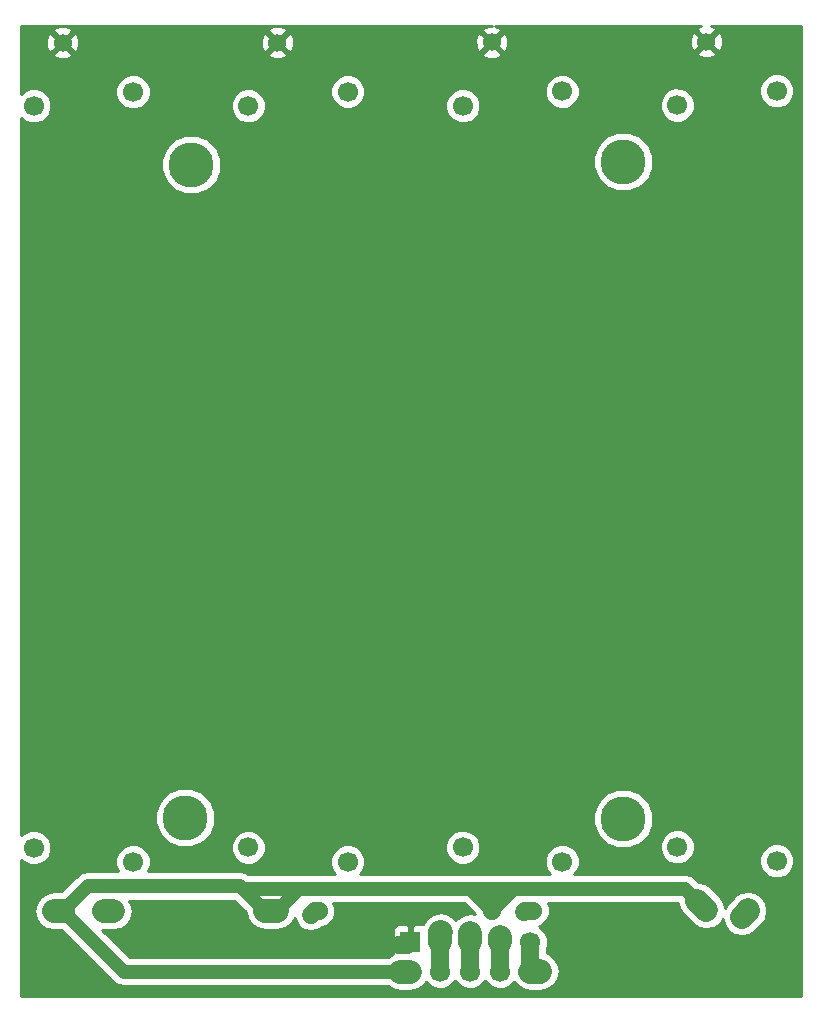
<source format=gbr>
G04 #@! TF.FileFunction,Copper,L2,Bot,Signal*
%FSLAX46Y46*%
G04 Gerber Fmt 4.6, Leading zero omitted, Abs format (unit mm)*
G04 Created by KiCad (PCBNEW 4.0.4-stable) date 03/02/17 17:26:27*
%MOMM*%
%LPD*%
G01*
G04 APERTURE LIST*
%ADD10C,0.100000*%
%ADD11R,1.700000X1.700000*%
%ADD12C,1.700000*%
%ADD13C,1.524000*%
%ADD14C,3.800000*%
%ADD15C,2.000000*%
%ADD16C,1.500000*%
%ADD17C,1.200000*%
%ADD18C,0.254000*%
G04 APERTURE END LIST*
D10*
D11*
X33648000Y5334000D03*
D12*
X33648000Y2794000D03*
X36188000Y5334000D03*
X36188000Y2794000D03*
X38728000Y5334000D03*
X38728000Y2794000D03*
X41268000Y5334000D03*
X41268000Y2794000D03*
X43808000Y5334000D03*
X43808000Y2794000D03*
D13*
X7728400Y7942200D03*
X4228400Y7942200D03*
X4228400Y81442200D03*
D12*
X1778400Y13292200D03*
X10178400Y12092200D03*
X10178400Y77292200D03*
X1778400Y76092200D03*
D13*
X25895800Y7950200D03*
X22395800Y7950200D03*
X22395800Y81450200D03*
D12*
X19945800Y13300200D03*
X28345800Y12100200D03*
X28345800Y77300200D03*
X19945800Y76100200D03*
D13*
X44056800Y7957800D03*
X40556800Y7957800D03*
X40556800Y81457800D03*
D12*
X38106800Y13307800D03*
X46506800Y12107800D03*
X46506800Y77307800D03*
X38106800Y76107800D03*
D13*
X62217800Y8008600D03*
X58717800Y8008600D03*
X58717800Y81508600D03*
D12*
X56267800Y13358600D03*
X64667800Y12158600D03*
X64667800Y77358600D03*
X56267800Y76158600D03*
D14*
X15106000Y71120000D03*
X51682000Y71374000D03*
X51682000Y15748000D03*
X14598000Y15832999D03*
D15*
X33648000Y2794000D02*
X32800000Y2794000D01*
X58717800Y8008600D02*
X57955801Y8770599D01*
X57955801Y8770599D02*
X58186400Y8540000D01*
D16*
X40556800Y7957800D02*
X40556800Y9013200D01*
D15*
X22395800Y7950200D02*
X21318170Y7950200D01*
D17*
X4990399Y8704199D02*
X4228400Y7942200D01*
X6328411Y10042211D02*
X4990399Y8704199D01*
X19226159Y10042211D02*
X6328411Y10042211D01*
X19464169Y9804201D02*
X19226159Y10042211D01*
D15*
X4228400Y7942200D02*
X3492200Y7942200D01*
X3492200Y7942200D02*
X3460000Y7910000D01*
D17*
X38702399Y9812201D02*
X42411201Y9812201D01*
X42411201Y9812201D02*
X42418801Y9819801D01*
X19464169Y9804201D02*
X24249801Y9804201D01*
X24249801Y9804201D02*
X24257801Y9812201D01*
X21318170Y7950200D02*
X19464169Y9804201D01*
X22395800Y7950200D02*
X24257801Y9812201D01*
X24257801Y9812201D02*
X38702399Y9812201D01*
X38702399Y9812201D02*
X39794801Y8719799D01*
X39794801Y8719799D02*
X40556800Y7957800D01*
X58717800Y8008600D02*
X56906599Y9819801D01*
X56906599Y9819801D02*
X42418801Y9819801D01*
X42418801Y9819801D02*
X41318799Y8719799D01*
X41318799Y8719799D02*
X40556800Y7957800D01*
X27552000Y2794000D02*
X33648000Y2794000D01*
X33648000Y2794000D02*
X9376600Y2794000D01*
X9376600Y2794000D02*
X4228400Y7942200D01*
D16*
X32684010Y5044010D02*
X33358010Y5044010D01*
X33358010Y5044010D02*
X33648000Y5334000D01*
D15*
X36188000Y5334000D02*
X36188000Y6148000D01*
X36188000Y6148000D02*
X36220000Y6180000D01*
D16*
X36188000Y5334000D02*
X36188000Y2794000D01*
D15*
X7728400Y7942200D02*
X8477800Y7942200D01*
X8477800Y7942200D02*
X8510000Y7910000D01*
X38720009Y6089991D02*
X38720009Y5341991D01*
X38720009Y5341991D02*
X38728000Y5334000D01*
D16*
X38728000Y5334000D02*
X38728000Y2794000D01*
X25895800Y7950200D02*
X25600200Y7950200D01*
X25600200Y7950200D02*
X25220000Y7570000D01*
X44056800Y7957800D02*
X43397800Y7957800D01*
X43397800Y7957800D02*
X43300000Y7860000D01*
D15*
X41268000Y5334000D02*
X41268000Y5695799D01*
D16*
X41268000Y5334000D02*
X41268000Y2794000D01*
D15*
X43808000Y2794000D02*
X44644000Y2794000D01*
X44644000Y2794000D02*
X44670000Y2820000D01*
D16*
X43808000Y2794000D02*
X43808000Y5334000D01*
D15*
X62217800Y8008600D02*
X62217800Y7907800D01*
X62217800Y7907800D02*
X61720000Y7410000D01*
D18*
G36*
X22048432Y82831562D02*
X21664657Y82672597D01*
X21595192Y82430413D01*
X22395800Y81629805D01*
X23196408Y82430413D01*
X23126943Y82672597D01*
X22612871Y82856000D01*
X40545844Y82856000D01*
X40209432Y82839162D01*
X39825657Y82680197D01*
X39756192Y82438013D01*
X40556800Y81637405D01*
X41357408Y82438013D01*
X41287943Y82680197D01*
X40795174Y82856000D01*
X58288441Y82856000D01*
X57986657Y82730997D01*
X57917192Y82488813D01*
X58717800Y81688205D01*
X59518408Y82488813D01*
X59448943Y82730997D01*
X59098564Y82856000D01*
X66720000Y82856000D01*
X66720000Y710000D01*
X700000Y710000D01*
X700000Y7910000D01*
X1824999Y7910000D01*
X1949457Y7284312D01*
X2303880Y6753880D01*
X2834312Y6399457D01*
X3460000Y6274999D01*
X3621884Y6307200D01*
X4116846Y6307200D01*
X8503323Y1920723D01*
X8903986Y1653009D01*
X9376600Y1559000D01*
X31761933Y1559000D01*
X32174313Y1283457D01*
X32800000Y1159000D01*
X33648000Y1159000D01*
X34273687Y1283457D01*
X34804120Y1637880D01*
X34980426Y1901741D01*
X35345717Y1535812D01*
X35891319Y1309258D01*
X36482089Y1308743D01*
X37028086Y1534344D01*
X37446188Y1951717D01*
X37457748Y1979557D01*
X37468344Y1953914D01*
X37885717Y1535812D01*
X38431319Y1309258D01*
X39022089Y1308743D01*
X39568086Y1534344D01*
X39986188Y1951717D01*
X39997748Y1979557D01*
X40008344Y1953914D01*
X40425717Y1535812D01*
X40971319Y1309258D01*
X41562089Y1308743D01*
X42108086Y1534344D01*
X42475794Y1901411D01*
X42651880Y1637880D01*
X43182313Y1283457D01*
X43808000Y1159000D01*
X44643995Y1159000D01*
X44644000Y1158999D01*
X45269688Y1283457D01*
X45800120Y1637880D01*
X45826120Y1663881D01*
X46180543Y2194313D01*
X46305001Y2820000D01*
X46180543Y3445688D01*
X45826120Y3976120D01*
X45295688Y4330543D01*
X45193000Y4350969D01*
X45193000Y4797114D01*
X45292742Y5037319D01*
X45293257Y5628089D01*
X45067656Y6174086D01*
X44650283Y6592188D01*
X44530444Y6641950D01*
X44847103Y6772790D01*
X45240429Y7165430D01*
X45453557Y7678700D01*
X45454042Y8234461D01*
X45309285Y8584801D01*
X56357758Y8584801D01*
X56445258Y8144911D01*
X56799681Y7614479D01*
X57561680Y6852481D01*
X58092112Y6498058D01*
X58717800Y6373600D01*
X59343487Y6498058D01*
X59873919Y6852481D01*
X60122034Y7223812D01*
X60209457Y6784312D01*
X60563880Y6253880D01*
X61094312Y5899457D01*
X61720000Y5774999D01*
X62345688Y5899457D01*
X62876120Y6253880D01*
X63373917Y6751678D01*
X63373920Y6751680D01*
X63728343Y7282113D01*
X63728780Y7284312D01*
X63852801Y7907800D01*
X63852800Y7907805D01*
X63852800Y8008600D01*
X63728343Y8634287D01*
X63373920Y9164720D01*
X62843487Y9519143D01*
X62217800Y9643600D01*
X61592113Y9519143D01*
X61061680Y9164720D01*
X60858703Y8860942D01*
X60563880Y8566120D01*
X60315765Y8194789D01*
X60228342Y8634288D01*
X59873919Y9164720D01*
X59111921Y9926719D01*
X58581489Y10281142D01*
X58095053Y10377901D01*
X57779876Y10693078D01*
X57379213Y10960792D01*
X56906599Y11054801D01*
X47553904Y11054801D01*
X47764988Y11265517D01*
X47991542Y11811119D01*
X47991588Y11864511D01*
X63182543Y11864511D01*
X63408144Y11318514D01*
X63825517Y10900412D01*
X64371119Y10673858D01*
X64961889Y10673343D01*
X65507886Y10898944D01*
X65925988Y11316317D01*
X66152542Y11861919D01*
X66153057Y12452689D01*
X65927456Y12998686D01*
X65510083Y13416788D01*
X64964481Y13643342D01*
X64373711Y13643857D01*
X63827714Y13418256D01*
X63409612Y13000883D01*
X63183058Y12455281D01*
X63182543Y11864511D01*
X47991588Y11864511D01*
X47992057Y12401889D01*
X47766456Y12947886D01*
X47650035Y13064511D01*
X54782543Y13064511D01*
X55008144Y12518514D01*
X55425517Y12100412D01*
X55971119Y11873858D01*
X56561889Y11873343D01*
X57107886Y12098944D01*
X57525988Y12516317D01*
X57752542Y13061919D01*
X57753057Y13652689D01*
X57527456Y14198686D01*
X57110083Y14616788D01*
X56564481Y14843342D01*
X55973711Y14843857D01*
X55427714Y14618256D01*
X55009612Y14200883D01*
X54783058Y13655281D01*
X54782543Y13064511D01*
X47650035Y13064511D01*
X47349083Y13365988D01*
X46803481Y13592542D01*
X46212711Y13593057D01*
X45666714Y13367456D01*
X45248612Y12950083D01*
X45022058Y12404481D01*
X45021543Y11813711D01*
X45247144Y11267714D01*
X45459686Y11054801D01*
X42418801Y11054801D01*
X42380593Y11047201D01*
X29392904Y11047201D01*
X29603988Y11257917D01*
X29830542Y11803519D01*
X29831057Y12394289D01*
X29605456Y12940286D01*
X29532160Y13013711D01*
X36621543Y13013711D01*
X36847144Y12467714D01*
X37264517Y12049612D01*
X37810119Y11823058D01*
X38400889Y11822543D01*
X38946886Y12048144D01*
X39364988Y12465517D01*
X39591542Y13011119D01*
X39592057Y13601889D01*
X39366456Y14147886D01*
X38949083Y14565988D01*
X38403481Y14792542D01*
X37812711Y14793057D01*
X37266714Y14567456D01*
X36848612Y14150083D01*
X36622058Y13604481D01*
X36621543Y13013711D01*
X29532160Y13013711D01*
X29188083Y13358388D01*
X28642481Y13584942D01*
X28051711Y13585457D01*
X27505714Y13359856D01*
X27087612Y12942483D01*
X26861058Y12396881D01*
X26860543Y11806111D01*
X27086144Y11260114D01*
X27298686Y11047201D01*
X24257801Y11047201D01*
X24217582Y11039201D01*
X19914286Y11039201D01*
X19698773Y11183202D01*
X19226159Y11277211D01*
X11447921Y11277211D01*
X11663142Y11795519D01*
X11663657Y12386289D01*
X11438056Y12932286D01*
X11364360Y13006111D01*
X18460543Y13006111D01*
X18686144Y12460114D01*
X19103517Y12042012D01*
X19649119Y11815458D01*
X20239889Y11814943D01*
X20785886Y12040544D01*
X21203988Y12457917D01*
X21430542Y13003519D01*
X21431057Y13594289D01*
X21205456Y14140286D01*
X20788083Y14558388D01*
X20242481Y14784942D01*
X19651711Y14785457D01*
X19105714Y14559856D01*
X18687612Y14142483D01*
X18461058Y13596881D01*
X18460543Y13006111D01*
X11364360Y13006111D01*
X11020683Y13350388D01*
X10475081Y13576942D01*
X9884311Y13577457D01*
X9338314Y13351856D01*
X8920212Y12934483D01*
X8693658Y12388881D01*
X8693143Y11798111D01*
X8908374Y11277211D01*
X6328411Y11277211D01*
X5855797Y11183202D01*
X5455134Y10915488D01*
X4116846Y9577200D01*
X3492205Y9577200D01*
X3492200Y9577201D01*
X2866513Y9452743D01*
X2336080Y9098320D01*
X2336078Y9098317D01*
X2303880Y9066120D01*
X1949457Y8535688D01*
X1824999Y7910000D01*
X700000Y7910000D01*
X700000Y12270541D01*
X936117Y12034012D01*
X1481719Y11807458D01*
X2072489Y11806943D01*
X2618486Y12032544D01*
X3036588Y12449917D01*
X3263142Y12995519D01*
X3263657Y13586289D01*
X3038056Y14132286D01*
X2620683Y14550388D01*
X2075081Y14776942D01*
X1484311Y14777457D01*
X938314Y14551856D01*
X700000Y14313958D01*
X700000Y15330968D01*
X12062561Y15330968D01*
X12447678Y14398913D01*
X13160163Y13685183D01*
X14091545Y13298440D01*
X15100031Y13297560D01*
X16032086Y13682677D01*
X16745816Y14395162D01*
X17099101Y15245969D01*
X49146561Y15245969D01*
X49531678Y14313914D01*
X50244163Y13600184D01*
X51175545Y13213441D01*
X52184031Y13212561D01*
X53116086Y13597678D01*
X53829816Y14310163D01*
X54216559Y15241545D01*
X54217439Y16250031D01*
X53832322Y17182086D01*
X53119837Y17895816D01*
X52188455Y18282559D01*
X51179969Y18283439D01*
X50247914Y17898322D01*
X49534184Y17185837D01*
X49147441Y16254455D01*
X49146561Y15245969D01*
X17099101Y15245969D01*
X17132559Y15326544D01*
X17133439Y16335030D01*
X16748322Y17267085D01*
X16035837Y17980815D01*
X15104455Y18367558D01*
X14095969Y18368438D01*
X13163914Y17983321D01*
X12450184Y17270836D01*
X12063441Y16339454D01*
X12062561Y15330968D01*
X700000Y15330968D01*
X700000Y70617969D01*
X12570561Y70617969D01*
X12955678Y69685914D01*
X13668163Y68972184D01*
X14599545Y68585441D01*
X15608031Y68584561D01*
X16540086Y68969678D01*
X17253816Y69682163D01*
X17640559Y70613545D01*
X17640784Y70871969D01*
X49146561Y70871969D01*
X49531678Y69939914D01*
X50244163Y69226184D01*
X51175545Y68839441D01*
X52184031Y68838561D01*
X53116086Y69223678D01*
X53829816Y69936163D01*
X54216559Y70867545D01*
X54217439Y71876031D01*
X53832322Y72808086D01*
X53119837Y73521816D01*
X52188455Y73908559D01*
X51179969Y73909439D01*
X50247914Y73524322D01*
X49534184Y72811837D01*
X49147441Y71880455D01*
X49146561Y70871969D01*
X17640784Y70871969D01*
X17641439Y71622031D01*
X17256322Y72554086D01*
X16543837Y73267816D01*
X15612455Y73654559D01*
X14603969Y73655439D01*
X13671914Y73270322D01*
X12958184Y72557837D01*
X12571441Y71626455D01*
X12570561Y70617969D01*
X700000Y70617969D01*
X700000Y75070541D01*
X936117Y74834012D01*
X1481719Y74607458D01*
X2072489Y74606943D01*
X2618486Y74832544D01*
X3036588Y75249917D01*
X3263142Y75795519D01*
X3263151Y75806111D01*
X18460543Y75806111D01*
X18686144Y75260114D01*
X19103517Y74842012D01*
X19649119Y74615458D01*
X20239889Y74614943D01*
X20785886Y74840544D01*
X21203988Y75257917D01*
X21430542Y75803519D01*
X21430550Y75813711D01*
X36621543Y75813711D01*
X36847144Y75267714D01*
X37264517Y74849612D01*
X37810119Y74623058D01*
X38400889Y74622543D01*
X38946886Y74848144D01*
X39364988Y75265517D01*
X39591542Y75811119D01*
X39592057Y76401889D01*
X39366456Y76947886D01*
X39300746Y77013711D01*
X45021543Y77013711D01*
X45247144Y76467714D01*
X45664517Y76049612D01*
X46210119Y75823058D01*
X46800889Y75822543D01*
X46902459Y75864511D01*
X54782543Y75864511D01*
X55008144Y75318514D01*
X55425517Y74900412D01*
X55971119Y74673858D01*
X56561889Y74673343D01*
X57107886Y74898944D01*
X57525988Y75316317D01*
X57752542Y75861919D01*
X57753057Y76452689D01*
X57527456Y76998686D01*
X57461746Y77064511D01*
X63182543Y77064511D01*
X63408144Y76518514D01*
X63825517Y76100412D01*
X64371119Y75873858D01*
X64961889Y75873343D01*
X65507886Y76098944D01*
X65925988Y76516317D01*
X66152542Y77061919D01*
X66153057Y77652689D01*
X65927456Y78198686D01*
X65510083Y78616788D01*
X64964481Y78843342D01*
X64373711Y78843857D01*
X63827714Y78618256D01*
X63409612Y78200883D01*
X63183058Y77655281D01*
X63182543Y77064511D01*
X57461746Y77064511D01*
X57110083Y77416788D01*
X56564481Y77643342D01*
X55973711Y77643857D01*
X55427714Y77418256D01*
X55009612Y77000883D01*
X54783058Y76455281D01*
X54782543Y75864511D01*
X46902459Y75864511D01*
X47346886Y76048144D01*
X47764988Y76465517D01*
X47991542Y77011119D01*
X47992057Y77601889D01*
X47766456Y78147886D01*
X47349083Y78565988D01*
X46803481Y78792542D01*
X46212711Y78793057D01*
X45666714Y78567456D01*
X45248612Y78150083D01*
X45022058Y77604481D01*
X45021543Y77013711D01*
X39300746Y77013711D01*
X38949083Y77365988D01*
X38403481Y77592542D01*
X37812711Y77593057D01*
X37266714Y77367456D01*
X36848612Y76950083D01*
X36622058Y76404481D01*
X36621543Y75813711D01*
X21430550Y75813711D01*
X21431057Y76394289D01*
X21205456Y76940286D01*
X21139746Y77006111D01*
X26860543Y77006111D01*
X27086144Y76460114D01*
X27503517Y76042012D01*
X28049119Y75815458D01*
X28639889Y75814943D01*
X29185886Y76040544D01*
X29603988Y76457917D01*
X29830542Y77003519D01*
X29831057Y77594289D01*
X29605456Y78140286D01*
X29188083Y78558388D01*
X28642481Y78784942D01*
X28051711Y78785457D01*
X27505714Y78559856D01*
X27087612Y78142483D01*
X26861058Y77596881D01*
X26860543Y77006111D01*
X21139746Y77006111D01*
X20788083Y77358388D01*
X20242481Y77584942D01*
X19651711Y77585457D01*
X19105714Y77359856D01*
X18687612Y76942483D01*
X18461058Y76396881D01*
X18460543Y75806111D01*
X3263151Y75806111D01*
X3263657Y76386289D01*
X3038056Y76932286D01*
X2972346Y76998111D01*
X8693143Y76998111D01*
X8918744Y76452114D01*
X9336117Y76034012D01*
X9881719Y75807458D01*
X10472489Y75806943D01*
X11018486Y76032544D01*
X11436588Y76449917D01*
X11663142Y76995519D01*
X11663657Y77586289D01*
X11438056Y78132286D01*
X11020683Y78550388D01*
X10475081Y78776942D01*
X9884311Y78777457D01*
X9338314Y78551856D01*
X8920212Y78134483D01*
X8693658Y77588881D01*
X8693143Y76998111D01*
X2972346Y76998111D01*
X2620683Y77350388D01*
X2075081Y77576942D01*
X1484311Y77577457D01*
X938314Y77351856D01*
X700000Y77113958D01*
X700000Y80461987D01*
X3427792Y80461987D01*
X3497257Y80219803D01*
X4020702Y80033056D01*
X4575768Y80060838D01*
X4959543Y80219803D01*
X5029008Y80461987D01*
X5021008Y80469987D01*
X21595192Y80469987D01*
X21664657Y80227803D01*
X22188102Y80041056D01*
X22743168Y80068838D01*
X23126943Y80227803D01*
X23196408Y80469987D01*
X23188808Y80477587D01*
X39756192Y80477587D01*
X39825657Y80235403D01*
X40349102Y80048656D01*
X40904168Y80076438D01*
X41287943Y80235403D01*
X41357408Y80477587D01*
X41306608Y80528387D01*
X57917192Y80528387D01*
X57986657Y80286203D01*
X58510102Y80099456D01*
X59065168Y80127238D01*
X59448943Y80286203D01*
X59518408Y80528387D01*
X58717800Y81328995D01*
X57917192Y80528387D01*
X41306608Y80528387D01*
X40556800Y81278195D01*
X39756192Y80477587D01*
X23188808Y80477587D01*
X22395800Y81270595D01*
X21595192Y80469987D01*
X5021008Y80469987D01*
X4228400Y81262595D01*
X3427792Y80461987D01*
X700000Y80461987D01*
X700000Y81649898D01*
X2819256Y81649898D01*
X2847038Y81094832D01*
X3006003Y80711057D01*
X3248187Y80641592D01*
X4048795Y81442200D01*
X4408005Y81442200D01*
X5208613Y80641592D01*
X5450797Y80711057D01*
X5637544Y81234502D01*
X5616353Y81657898D01*
X20986656Y81657898D01*
X21014438Y81102832D01*
X21173403Y80719057D01*
X21415587Y80649592D01*
X22216195Y81450200D01*
X22575405Y81450200D01*
X23376013Y80649592D01*
X23618197Y80719057D01*
X23804944Y81242502D01*
X23783773Y81665498D01*
X39147656Y81665498D01*
X39175438Y81110432D01*
X39334403Y80726657D01*
X39576587Y80657192D01*
X40377195Y81457800D01*
X40736405Y81457800D01*
X41537013Y80657192D01*
X41779197Y80726657D01*
X41965944Y81250102D01*
X41942611Y81716298D01*
X57308656Y81716298D01*
X57336438Y81161232D01*
X57495403Y80777457D01*
X57737587Y80707992D01*
X58538195Y81508600D01*
X58897405Y81508600D01*
X59698013Y80707992D01*
X59940197Y80777457D01*
X60126944Y81300902D01*
X60099162Y81855968D01*
X59940197Y82239743D01*
X59698013Y82309208D01*
X58897405Y81508600D01*
X58538195Y81508600D01*
X57737587Y82309208D01*
X57495403Y82239743D01*
X57308656Y81716298D01*
X41942611Y81716298D01*
X41938162Y81805168D01*
X41779197Y82188943D01*
X41537013Y82258408D01*
X40736405Y81457800D01*
X40377195Y81457800D01*
X39576587Y82258408D01*
X39334403Y82188943D01*
X39147656Y81665498D01*
X23783773Y81665498D01*
X23777162Y81797568D01*
X23618197Y82181343D01*
X23376013Y82250808D01*
X22575405Y81450200D01*
X22216195Y81450200D01*
X21415587Y82250808D01*
X21173403Y82181343D01*
X20986656Y81657898D01*
X5616353Y81657898D01*
X5609762Y81789568D01*
X5450797Y82173343D01*
X5208613Y82242808D01*
X4408005Y81442200D01*
X4048795Y81442200D01*
X3248187Y82242808D01*
X3006003Y82173343D01*
X2819256Y81649898D01*
X700000Y81649898D01*
X700000Y82422413D01*
X3427792Y82422413D01*
X4228400Y81621805D01*
X5029008Y82422413D01*
X4959543Y82664597D01*
X4436098Y82851344D01*
X3881032Y82823562D01*
X3497257Y82664597D01*
X3427792Y82422413D01*
X700000Y82422413D01*
X700000Y82856000D01*
X22536687Y82856000D01*
X22048432Y82831562D01*
X22048432Y82831562D01*
G37*
X22048432Y82831562D02*
X21664657Y82672597D01*
X21595192Y82430413D01*
X22395800Y81629805D01*
X23196408Y82430413D01*
X23126943Y82672597D01*
X22612871Y82856000D01*
X40545844Y82856000D01*
X40209432Y82839162D01*
X39825657Y82680197D01*
X39756192Y82438013D01*
X40556800Y81637405D01*
X41357408Y82438013D01*
X41287943Y82680197D01*
X40795174Y82856000D01*
X58288441Y82856000D01*
X57986657Y82730997D01*
X57917192Y82488813D01*
X58717800Y81688205D01*
X59518408Y82488813D01*
X59448943Y82730997D01*
X59098564Y82856000D01*
X66720000Y82856000D01*
X66720000Y710000D01*
X700000Y710000D01*
X700000Y7910000D01*
X1824999Y7910000D01*
X1949457Y7284312D01*
X2303880Y6753880D01*
X2834312Y6399457D01*
X3460000Y6274999D01*
X3621884Y6307200D01*
X4116846Y6307200D01*
X8503323Y1920723D01*
X8903986Y1653009D01*
X9376600Y1559000D01*
X31761933Y1559000D01*
X32174313Y1283457D01*
X32800000Y1159000D01*
X33648000Y1159000D01*
X34273687Y1283457D01*
X34804120Y1637880D01*
X34980426Y1901741D01*
X35345717Y1535812D01*
X35891319Y1309258D01*
X36482089Y1308743D01*
X37028086Y1534344D01*
X37446188Y1951717D01*
X37457748Y1979557D01*
X37468344Y1953914D01*
X37885717Y1535812D01*
X38431319Y1309258D01*
X39022089Y1308743D01*
X39568086Y1534344D01*
X39986188Y1951717D01*
X39997748Y1979557D01*
X40008344Y1953914D01*
X40425717Y1535812D01*
X40971319Y1309258D01*
X41562089Y1308743D01*
X42108086Y1534344D01*
X42475794Y1901411D01*
X42651880Y1637880D01*
X43182313Y1283457D01*
X43808000Y1159000D01*
X44643995Y1159000D01*
X44644000Y1158999D01*
X45269688Y1283457D01*
X45800120Y1637880D01*
X45826120Y1663881D01*
X46180543Y2194313D01*
X46305001Y2820000D01*
X46180543Y3445688D01*
X45826120Y3976120D01*
X45295688Y4330543D01*
X45193000Y4350969D01*
X45193000Y4797114D01*
X45292742Y5037319D01*
X45293257Y5628089D01*
X45067656Y6174086D01*
X44650283Y6592188D01*
X44530444Y6641950D01*
X44847103Y6772790D01*
X45240429Y7165430D01*
X45453557Y7678700D01*
X45454042Y8234461D01*
X45309285Y8584801D01*
X56357758Y8584801D01*
X56445258Y8144911D01*
X56799681Y7614479D01*
X57561680Y6852481D01*
X58092112Y6498058D01*
X58717800Y6373600D01*
X59343487Y6498058D01*
X59873919Y6852481D01*
X60122034Y7223812D01*
X60209457Y6784312D01*
X60563880Y6253880D01*
X61094312Y5899457D01*
X61720000Y5774999D01*
X62345688Y5899457D01*
X62876120Y6253880D01*
X63373917Y6751678D01*
X63373920Y6751680D01*
X63728343Y7282113D01*
X63728780Y7284312D01*
X63852801Y7907800D01*
X63852800Y7907805D01*
X63852800Y8008600D01*
X63728343Y8634287D01*
X63373920Y9164720D01*
X62843487Y9519143D01*
X62217800Y9643600D01*
X61592113Y9519143D01*
X61061680Y9164720D01*
X60858703Y8860942D01*
X60563880Y8566120D01*
X60315765Y8194789D01*
X60228342Y8634288D01*
X59873919Y9164720D01*
X59111921Y9926719D01*
X58581489Y10281142D01*
X58095053Y10377901D01*
X57779876Y10693078D01*
X57379213Y10960792D01*
X56906599Y11054801D01*
X47553904Y11054801D01*
X47764988Y11265517D01*
X47991542Y11811119D01*
X47991588Y11864511D01*
X63182543Y11864511D01*
X63408144Y11318514D01*
X63825517Y10900412D01*
X64371119Y10673858D01*
X64961889Y10673343D01*
X65507886Y10898944D01*
X65925988Y11316317D01*
X66152542Y11861919D01*
X66153057Y12452689D01*
X65927456Y12998686D01*
X65510083Y13416788D01*
X64964481Y13643342D01*
X64373711Y13643857D01*
X63827714Y13418256D01*
X63409612Y13000883D01*
X63183058Y12455281D01*
X63182543Y11864511D01*
X47991588Y11864511D01*
X47992057Y12401889D01*
X47766456Y12947886D01*
X47650035Y13064511D01*
X54782543Y13064511D01*
X55008144Y12518514D01*
X55425517Y12100412D01*
X55971119Y11873858D01*
X56561889Y11873343D01*
X57107886Y12098944D01*
X57525988Y12516317D01*
X57752542Y13061919D01*
X57753057Y13652689D01*
X57527456Y14198686D01*
X57110083Y14616788D01*
X56564481Y14843342D01*
X55973711Y14843857D01*
X55427714Y14618256D01*
X55009612Y14200883D01*
X54783058Y13655281D01*
X54782543Y13064511D01*
X47650035Y13064511D01*
X47349083Y13365988D01*
X46803481Y13592542D01*
X46212711Y13593057D01*
X45666714Y13367456D01*
X45248612Y12950083D01*
X45022058Y12404481D01*
X45021543Y11813711D01*
X45247144Y11267714D01*
X45459686Y11054801D01*
X42418801Y11054801D01*
X42380593Y11047201D01*
X29392904Y11047201D01*
X29603988Y11257917D01*
X29830542Y11803519D01*
X29831057Y12394289D01*
X29605456Y12940286D01*
X29532160Y13013711D01*
X36621543Y13013711D01*
X36847144Y12467714D01*
X37264517Y12049612D01*
X37810119Y11823058D01*
X38400889Y11822543D01*
X38946886Y12048144D01*
X39364988Y12465517D01*
X39591542Y13011119D01*
X39592057Y13601889D01*
X39366456Y14147886D01*
X38949083Y14565988D01*
X38403481Y14792542D01*
X37812711Y14793057D01*
X37266714Y14567456D01*
X36848612Y14150083D01*
X36622058Y13604481D01*
X36621543Y13013711D01*
X29532160Y13013711D01*
X29188083Y13358388D01*
X28642481Y13584942D01*
X28051711Y13585457D01*
X27505714Y13359856D01*
X27087612Y12942483D01*
X26861058Y12396881D01*
X26860543Y11806111D01*
X27086144Y11260114D01*
X27298686Y11047201D01*
X24257801Y11047201D01*
X24217582Y11039201D01*
X19914286Y11039201D01*
X19698773Y11183202D01*
X19226159Y11277211D01*
X11447921Y11277211D01*
X11663142Y11795519D01*
X11663657Y12386289D01*
X11438056Y12932286D01*
X11364360Y13006111D01*
X18460543Y13006111D01*
X18686144Y12460114D01*
X19103517Y12042012D01*
X19649119Y11815458D01*
X20239889Y11814943D01*
X20785886Y12040544D01*
X21203988Y12457917D01*
X21430542Y13003519D01*
X21431057Y13594289D01*
X21205456Y14140286D01*
X20788083Y14558388D01*
X20242481Y14784942D01*
X19651711Y14785457D01*
X19105714Y14559856D01*
X18687612Y14142483D01*
X18461058Y13596881D01*
X18460543Y13006111D01*
X11364360Y13006111D01*
X11020683Y13350388D01*
X10475081Y13576942D01*
X9884311Y13577457D01*
X9338314Y13351856D01*
X8920212Y12934483D01*
X8693658Y12388881D01*
X8693143Y11798111D01*
X8908374Y11277211D01*
X6328411Y11277211D01*
X5855797Y11183202D01*
X5455134Y10915488D01*
X4116846Y9577200D01*
X3492205Y9577200D01*
X3492200Y9577201D01*
X2866513Y9452743D01*
X2336080Y9098320D01*
X2336078Y9098317D01*
X2303880Y9066120D01*
X1949457Y8535688D01*
X1824999Y7910000D01*
X700000Y7910000D01*
X700000Y12270541D01*
X936117Y12034012D01*
X1481719Y11807458D01*
X2072489Y11806943D01*
X2618486Y12032544D01*
X3036588Y12449917D01*
X3263142Y12995519D01*
X3263657Y13586289D01*
X3038056Y14132286D01*
X2620683Y14550388D01*
X2075081Y14776942D01*
X1484311Y14777457D01*
X938314Y14551856D01*
X700000Y14313958D01*
X700000Y15330968D01*
X12062561Y15330968D01*
X12447678Y14398913D01*
X13160163Y13685183D01*
X14091545Y13298440D01*
X15100031Y13297560D01*
X16032086Y13682677D01*
X16745816Y14395162D01*
X17099101Y15245969D01*
X49146561Y15245969D01*
X49531678Y14313914D01*
X50244163Y13600184D01*
X51175545Y13213441D01*
X52184031Y13212561D01*
X53116086Y13597678D01*
X53829816Y14310163D01*
X54216559Y15241545D01*
X54217439Y16250031D01*
X53832322Y17182086D01*
X53119837Y17895816D01*
X52188455Y18282559D01*
X51179969Y18283439D01*
X50247914Y17898322D01*
X49534184Y17185837D01*
X49147441Y16254455D01*
X49146561Y15245969D01*
X17099101Y15245969D01*
X17132559Y15326544D01*
X17133439Y16335030D01*
X16748322Y17267085D01*
X16035837Y17980815D01*
X15104455Y18367558D01*
X14095969Y18368438D01*
X13163914Y17983321D01*
X12450184Y17270836D01*
X12063441Y16339454D01*
X12062561Y15330968D01*
X700000Y15330968D01*
X700000Y70617969D01*
X12570561Y70617969D01*
X12955678Y69685914D01*
X13668163Y68972184D01*
X14599545Y68585441D01*
X15608031Y68584561D01*
X16540086Y68969678D01*
X17253816Y69682163D01*
X17640559Y70613545D01*
X17640784Y70871969D01*
X49146561Y70871969D01*
X49531678Y69939914D01*
X50244163Y69226184D01*
X51175545Y68839441D01*
X52184031Y68838561D01*
X53116086Y69223678D01*
X53829816Y69936163D01*
X54216559Y70867545D01*
X54217439Y71876031D01*
X53832322Y72808086D01*
X53119837Y73521816D01*
X52188455Y73908559D01*
X51179969Y73909439D01*
X50247914Y73524322D01*
X49534184Y72811837D01*
X49147441Y71880455D01*
X49146561Y70871969D01*
X17640784Y70871969D01*
X17641439Y71622031D01*
X17256322Y72554086D01*
X16543837Y73267816D01*
X15612455Y73654559D01*
X14603969Y73655439D01*
X13671914Y73270322D01*
X12958184Y72557837D01*
X12571441Y71626455D01*
X12570561Y70617969D01*
X700000Y70617969D01*
X700000Y75070541D01*
X936117Y74834012D01*
X1481719Y74607458D01*
X2072489Y74606943D01*
X2618486Y74832544D01*
X3036588Y75249917D01*
X3263142Y75795519D01*
X3263151Y75806111D01*
X18460543Y75806111D01*
X18686144Y75260114D01*
X19103517Y74842012D01*
X19649119Y74615458D01*
X20239889Y74614943D01*
X20785886Y74840544D01*
X21203988Y75257917D01*
X21430542Y75803519D01*
X21430550Y75813711D01*
X36621543Y75813711D01*
X36847144Y75267714D01*
X37264517Y74849612D01*
X37810119Y74623058D01*
X38400889Y74622543D01*
X38946886Y74848144D01*
X39364988Y75265517D01*
X39591542Y75811119D01*
X39592057Y76401889D01*
X39366456Y76947886D01*
X39300746Y77013711D01*
X45021543Y77013711D01*
X45247144Y76467714D01*
X45664517Y76049612D01*
X46210119Y75823058D01*
X46800889Y75822543D01*
X46902459Y75864511D01*
X54782543Y75864511D01*
X55008144Y75318514D01*
X55425517Y74900412D01*
X55971119Y74673858D01*
X56561889Y74673343D01*
X57107886Y74898944D01*
X57525988Y75316317D01*
X57752542Y75861919D01*
X57753057Y76452689D01*
X57527456Y76998686D01*
X57461746Y77064511D01*
X63182543Y77064511D01*
X63408144Y76518514D01*
X63825517Y76100412D01*
X64371119Y75873858D01*
X64961889Y75873343D01*
X65507886Y76098944D01*
X65925988Y76516317D01*
X66152542Y77061919D01*
X66153057Y77652689D01*
X65927456Y78198686D01*
X65510083Y78616788D01*
X64964481Y78843342D01*
X64373711Y78843857D01*
X63827714Y78618256D01*
X63409612Y78200883D01*
X63183058Y77655281D01*
X63182543Y77064511D01*
X57461746Y77064511D01*
X57110083Y77416788D01*
X56564481Y77643342D01*
X55973711Y77643857D01*
X55427714Y77418256D01*
X55009612Y77000883D01*
X54783058Y76455281D01*
X54782543Y75864511D01*
X46902459Y75864511D01*
X47346886Y76048144D01*
X47764988Y76465517D01*
X47991542Y77011119D01*
X47992057Y77601889D01*
X47766456Y78147886D01*
X47349083Y78565988D01*
X46803481Y78792542D01*
X46212711Y78793057D01*
X45666714Y78567456D01*
X45248612Y78150083D01*
X45022058Y77604481D01*
X45021543Y77013711D01*
X39300746Y77013711D01*
X38949083Y77365988D01*
X38403481Y77592542D01*
X37812711Y77593057D01*
X37266714Y77367456D01*
X36848612Y76950083D01*
X36622058Y76404481D01*
X36621543Y75813711D01*
X21430550Y75813711D01*
X21431057Y76394289D01*
X21205456Y76940286D01*
X21139746Y77006111D01*
X26860543Y77006111D01*
X27086144Y76460114D01*
X27503517Y76042012D01*
X28049119Y75815458D01*
X28639889Y75814943D01*
X29185886Y76040544D01*
X29603988Y76457917D01*
X29830542Y77003519D01*
X29831057Y77594289D01*
X29605456Y78140286D01*
X29188083Y78558388D01*
X28642481Y78784942D01*
X28051711Y78785457D01*
X27505714Y78559856D01*
X27087612Y78142483D01*
X26861058Y77596881D01*
X26860543Y77006111D01*
X21139746Y77006111D01*
X20788083Y77358388D01*
X20242481Y77584942D01*
X19651711Y77585457D01*
X19105714Y77359856D01*
X18687612Y76942483D01*
X18461058Y76396881D01*
X18460543Y75806111D01*
X3263151Y75806111D01*
X3263657Y76386289D01*
X3038056Y76932286D01*
X2972346Y76998111D01*
X8693143Y76998111D01*
X8918744Y76452114D01*
X9336117Y76034012D01*
X9881719Y75807458D01*
X10472489Y75806943D01*
X11018486Y76032544D01*
X11436588Y76449917D01*
X11663142Y76995519D01*
X11663657Y77586289D01*
X11438056Y78132286D01*
X11020683Y78550388D01*
X10475081Y78776942D01*
X9884311Y78777457D01*
X9338314Y78551856D01*
X8920212Y78134483D01*
X8693658Y77588881D01*
X8693143Y76998111D01*
X2972346Y76998111D01*
X2620683Y77350388D01*
X2075081Y77576942D01*
X1484311Y77577457D01*
X938314Y77351856D01*
X700000Y77113958D01*
X700000Y80461987D01*
X3427792Y80461987D01*
X3497257Y80219803D01*
X4020702Y80033056D01*
X4575768Y80060838D01*
X4959543Y80219803D01*
X5029008Y80461987D01*
X5021008Y80469987D01*
X21595192Y80469987D01*
X21664657Y80227803D01*
X22188102Y80041056D01*
X22743168Y80068838D01*
X23126943Y80227803D01*
X23196408Y80469987D01*
X23188808Y80477587D01*
X39756192Y80477587D01*
X39825657Y80235403D01*
X40349102Y80048656D01*
X40904168Y80076438D01*
X41287943Y80235403D01*
X41357408Y80477587D01*
X41306608Y80528387D01*
X57917192Y80528387D01*
X57986657Y80286203D01*
X58510102Y80099456D01*
X59065168Y80127238D01*
X59448943Y80286203D01*
X59518408Y80528387D01*
X58717800Y81328995D01*
X57917192Y80528387D01*
X41306608Y80528387D01*
X40556800Y81278195D01*
X39756192Y80477587D01*
X23188808Y80477587D01*
X22395800Y81270595D01*
X21595192Y80469987D01*
X5021008Y80469987D01*
X4228400Y81262595D01*
X3427792Y80461987D01*
X700000Y80461987D01*
X700000Y81649898D01*
X2819256Y81649898D01*
X2847038Y81094832D01*
X3006003Y80711057D01*
X3248187Y80641592D01*
X4048795Y81442200D01*
X4408005Y81442200D01*
X5208613Y80641592D01*
X5450797Y80711057D01*
X5637544Y81234502D01*
X5616353Y81657898D01*
X20986656Y81657898D01*
X21014438Y81102832D01*
X21173403Y80719057D01*
X21415587Y80649592D01*
X22216195Y81450200D01*
X22575405Y81450200D01*
X23376013Y80649592D01*
X23618197Y80719057D01*
X23804944Y81242502D01*
X23783773Y81665498D01*
X39147656Y81665498D01*
X39175438Y81110432D01*
X39334403Y80726657D01*
X39576587Y80657192D01*
X40377195Y81457800D01*
X40736405Y81457800D01*
X41537013Y80657192D01*
X41779197Y80726657D01*
X41965944Y81250102D01*
X41942611Y81716298D01*
X57308656Y81716298D01*
X57336438Y81161232D01*
X57495403Y80777457D01*
X57737587Y80707992D01*
X58538195Y81508600D01*
X58897405Y81508600D01*
X59698013Y80707992D01*
X59940197Y80777457D01*
X60126944Y81300902D01*
X60099162Y81855968D01*
X59940197Y82239743D01*
X59698013Y82309208D01*
X58897405Y81508600D01*
X58538195Y81508600D01*
X57737587Y82309208D01*
X57495403Y82239743D01*
X57308656Y81716298D01*
X41942611Y81716298D01*
X41938162Y81805168D01*
X41779197Y82188943D01*
X41537013Y82258408D01*
X40736405Y81457800D01*
X40377195Y81457800D01*
X39576587Y82258408D01*
X39334403Y82188943D01*
X39147656Y81665498D01*
X23783773Y81665498D01*
X23777162Y81797568D01*
X23618197Y82181343D01*
X23376013Y82250808D01*
X22575405Y81450200D01*
X22216195Y81450200D01*
X21415587Y82250808D01*
X21173403Y82181343D01*
X20986656Y81657898D01*
X5616353Y81657898D01*
X5609762Y81789568D01*
X5450797Y82173343D01*
X5208613Y82242808D01*
X4408005Y81442200D01*
X4048795Y81442200D01*
X3248187Y82242808D01*
X3006003Y82173343D01*
X2819256Y81649898D01*
X700000Y81649898D01*
X700000Y82422413D01*
X3427792Y82422413D01*
X4228400Y81621805D01*
X5029008Y82422413D01*
X4959543Y82664597D01*
X4436098Y82851344D01*
X3881032Y82823562D01*
X3497257Y82664597D01*
X3427792Y82422413D01*
X700000Y82422413D01*
X700000Y82856000D01*
X22536687Y82856000D01*
X22048432Y82831562D01*
G36*
X19710869Y7810947D02*
X19807627Y7324513D01*
X20162050Y6794080D01*
X20692483Y6439657D01*
X21318170Y6315200D01*
X22395800Y6315200D01*
X23021487Y6439657D01*
X23551920Y6794080D01*
X23888995Y7298550D01*
X23940427Y7039984D01*
X24240657Y6590657D01*
X24689984Y6290427D01*
X25220000Y6185000D01*
X25750016Y6290427D01*
X25779773Y6310310D01*
X32163000Y6310310D01*
X32163000Y5619750D01*
X32321750Y5461000D01*
X33521000Y5461000D01*
X33521000Y6660250D01*
X33362250Y6819000D01*
X32671691Y6819000D01*
X32438302Y6722327D01*
X32259673Y6543699D01*
X32163000Y6310310D01*
X25779773Y6310310D01*
X26142961Y6552984D01*
X26172461Y6552958D01*
X26686103Y6765190D01*
X27079429Y7157830D01*
X27292557Y7671100D01*
X27293042Y8226861D01*
X27148285Y8577201D01*
X38190845Y8577201D01*
X39123268Y7644778D01*
X38720009Y7724991D01*
X38094322Y7600534D01*
X37563889Y7246111D01*
X37500076Y7150607D01*
X37376120Y7336120D01*
X36845688Y7690543D01*
X36220000Y7815001D01*
X35594312Y7690543D01*
X35063881Y7336120D01*
X35031880Y7304120D01*
X34689649Y6791935D01*
X34624309Y6819000D01*
X33933750Y6819000D01*
X33775000Y6660250D01*
X33775000Y5461000D01*
X33795000Y5461000D01*
X33795000Y5207000D01*
X33775000Y5207000D01*
X33775000Y5187000D01*
X33521000Y5187000D01*
X33521000Y5207000D01*
X32321750Y5207000D01*
X32163000Y5048250D01*
X32163000Y4357690D01*
X32184200Y4306510D01*
X32174313Y4304543D01*
X31761933Y4029000D01*
X9888154Y4029000D01*
X7580543Y6336611D01*
X7728400Y6307200D01*
X8348116Y6307200D01*
X8510000Y6274999D01*
X9135688Y6399457D01*
X9666120Y6753880D01*
X10020543Y7284312D01*
X10145001Y7910000D01*
X10020543Y8535687D01*
X9839117Y8807211D01*
X18714605Y8807211D01*
X19710869Y7810947D01*
X19710869Y7810947D01*
G37*
X19710869Y7810947D02*
X19807627Y7324513D01*
X20162050Y6794080D01*
X20692483Y6439657D01*
X21318170Y6315200D01*
X22395800Y6315200D01*
X23021487Y6439657D01*
X23551920Y6794080D01*
X23888995Y7298550D01*
X23940427Y7039984D01*
X24240657Y6590657D01*
X24689984Y6290427D01*
X25220000Y6185000D01*
X25750016Y6290427D01*
X25779773Y6310310D01*
X32163000Y6310310D01*
X32163000Y5619750D01*
X32321750Y5461000D01*
X33521000Y5461000D01*
X33521000Y6660250D01*
X33362250Y6819000D01*
X32671691Y6819000D01*
X32438302Y6722327D01*
X32259673Y6543699D01*
X32163000Y6310310D01*
X25779773Y6310310D01*
X26142961Y6552984D01*
X26172461Y6552958D01*
X26686103Y6765190D01*
X27079429Y7157830D01*
X27292557Y7671100D01*
X27293042Y8226861D01*
X27148285Y8577201D01*
X38190845Y8577201D01*
X39123268Y7644778D01*
X38720009Y7724991D01*
X38094322Y7600534D01*
X37563889Y7246111D01*
X37500076Y7150607D01*
X37376120Y7336120D01*
X36845688Y7690543D01*
X36220000Y7815001D01*
X35594312Y7690543D01*
X35063881Y7336120D01*
X35031880Y7304120D01*
X34689649Y6791935D01*
X34624309Y6819000D01*
X33933750Y6819000D01*
X33775000Y6660250D01*
X33775000Y5461000D01*
X33795000Y5461000D01*
X33795000Y5207000D01*
X33775000Y5207000D01*
X33775000Y5187000D01*
X33521000Y5187000D01*
X33521000Y5207000D01*
X32321750Y5207000D01*
X32163000Y5048250D01*
X32163000Y4357690D01*
X32184200Y4306510D01*
X32174313Y4304543D01*
X31761933Y4029000D01*
X9888154Y4029000D01*
X7580543Y6336611D01*
X7728400Y6307200D01*
X8348116Y6307200D01*
X8510000Y6274999D01*
X9135688Y6399457D01*
X9666120Y6753880D01*
X10020543Y7284312D01*
X10145001Y7910000D01*
X10020543Y8535687D01*
X9839117Y8807211D01*
X18714605Y8807211D01*
X19710869Y7810947D01*
M02*

</source>
